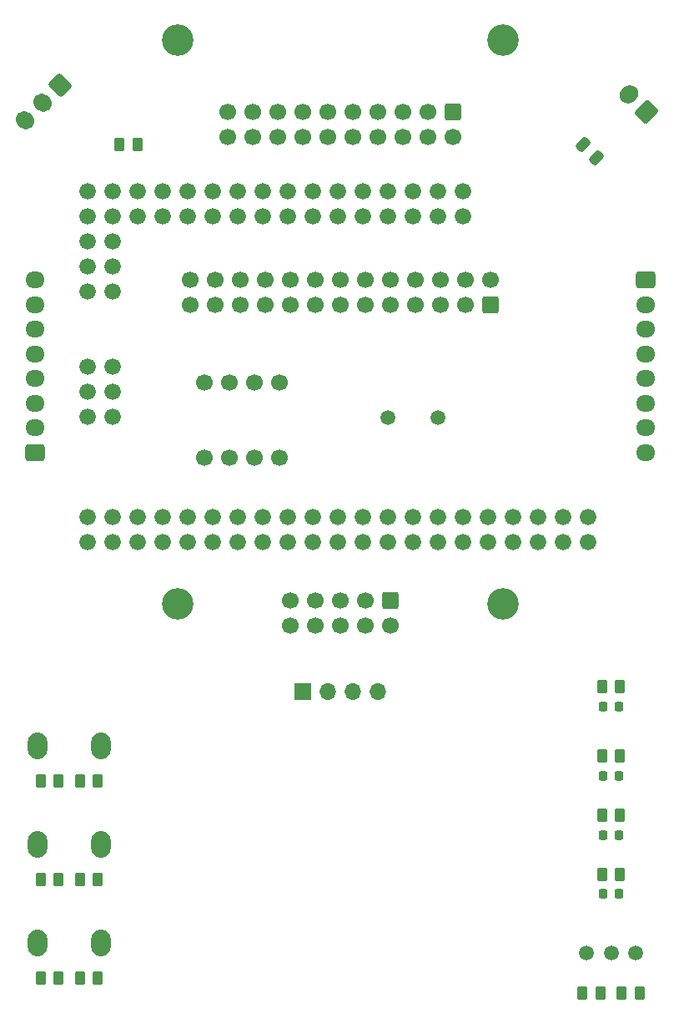
<source format=gbr>
%TF.GenerationSoftware,KiCad,Pcbnew,7.0.6*%
%TF.CreationDate,2023-12-23T00:17:47+09:00*%
%TF.ProjectId,MainBoard_ATMega2560Pro_20230629,4d61696e-426f-4617-9264-5f41544d6567,rev?*%
%TF.SameCoordinates,Original*%
%TF.FileFunction,Soldermask,Top*%
%TF.FilePolarity,Negative*%
%FSLAX46Y46*%
G04 Gerber Fmt 4.6, Leading zero omitted, Abs format (unit mm)*
G04 Created by KiCad (PCBNEW 7.0.6) date 2023-12-23 00:17:47*
%MOMM*%
%LPD*%
G01*
G04 APERTURE LIST*
G04 Aperture macros list*
%AMRoundRect*
0 Rectangle with rounded corners*
0 $1 Rounding radius*
0 $2 $3 $4 $5 $6 $7 $8 $9 X,Y pos of 4 corners*
0 Add a 4 corners polygon primitive as box body*
4,1,4,$2,$3,$4,$5,$6,$7,$8,$9,$2,$3,0*
0 Add four circle primitives for the rounded corners*
1,1,$1+$1,$2,$3*
1,1,$1+$1,$4,$5*
1,1,$1+$1,$6,$7*
1,1,$1+$1,$8,$9*
0 Add four rect primitives between the rounded corners*
20,1,$1+$1,$2,$3,$4,$5,0*
20,1,$1+$1,$4,$5,$6,$7,0*
20,1,$1+$1,$6,$7,$8,$9,0*
20,1,$1+$1,$8,$9,$2,$3,0*%
%AMHorizOval*
0 Thick line with rounded ends*
0 $1 width*
0 $2 $3 position (X,Y) of the first rounded end (center of the circle)*
0 $4 $5 position (X,Y) of the second rounded end (center of the circle)*
0 Add line between two ends*
20,1,$1,$2,$3,$4,$5,0*
0 Add two circle primitives to create the rounded ends*
1,1,$1,$2,$3*
1,1,$1,$4,$5*%
G04 Aperture macros list end*
%ADD10RoundRect,0.218750X0.218750X0.256250X-0.218750X0.256250X-0.218750X-0.256250X0.218750X-0.256250X0*%
%ADD11C,3.200000*%
%ADD12RoundRect,0.250000X-0.262500X-0.450000X0.262500X-0.450000X0.262500X0.450000X-0.262500X0.450000X0*%
%ADD13O,2.000000X2.700000*%
%ADD14RoundRect,0.250000X0.954594X0.106066X0.106066X0.954594X-0.954594X-0.106066X-0.106066X-0.954594X0*%
%ADD15HorizOval,1.700000X0.106066X0.106066X-0.106066X-0.106066X0*%
%ADD16RoundRect,0.250000X0.512652X0.159099X0.159099X0.512652X-0.512652X-0.159099X-0.159099X-0.512652X0*%
%ADD17R,1.700000X1.700000*%
%ADD18O,1.700000X1.700000*%
%ADD19C,1.676400*%
%ADD20RoundRect,0.250000X0.262500X0.450000X-0.262500X0.450000X-0.262500X-0.450000X0.262500X-0.450000X0*%
%ADD21C,1.500000*%
%ADD22RoundRect,0.250000X-0.600000X0.600000X-0.600000X-0.600000X0.600000X-0.600000X0.600000X0.600000X0*%
%ADD23C,1.700000*%
%ADD24RoundRect,0.250000X-0.088388X0.936916X-0.936916X0.088388X0.088388X-0.936916X0.936916X-0.088388X0*%
%ADD25HorizOval,1.700000X-0.088388X0.088388X0.088388X-0.088388X0*%
%ADD26RoundRect,0.218750X-0.218750X-0.256250X0.218750X-0.256250X0.218750X0.256250X-0.218750X0.256250X0*%
%ADD27RoundRect,0.250000X-0.725000X0.600000X-0.725000X-0.600000X0.725000X-0.600000X0.725000X0.600000X0*%
%ADD28O,1.950000X1.700000*%
%ADD29RoundRect,0.250000X0.600000X-0.600000X0.600000X0.600000X-0.600000X0.600000X-0.600000X-0.600000X0*%
%ADD30RoundRect,0.250000X0.725000X-0.600000X0.725000X0.600000X-0.725000X0.600000X-0.725000X-0.600000X0*%
G04 APERTURE END LIST*
D10*
%TO.C,D2*%
X130027500Y-142287500D03*
X128452500Y-142287500D03*
%TD*%
D11*
%TO.C,REF\u002A\u002A*%
X118240000Y-67708707D03*
%TD*%
D12*
%TO.C,R13*%
X79315915Y-78327881D03*
X81140915Y-78327881D03*
%TD*%
%TO.C,R5*%
X75327500Y-142787500D03*
X77152500Y-142787500D03*
%TD*%
%TO.C,R6*%
X71327500Y-142787500D03*
X73152500Y-142787500D03*
%TD*%
D11*
%TO.C,REF\u002A\u002A*%
X118240000Y-124866345D03*
%TD*%
D13*
%TO.C,SW3*%
X70990000Y-159287500D03*
X77490000Y-159287500D03*
%TD*%
D14*
%TO.C,J5*%
X132815736Y-74979531D03*
D15*
X131047969Y-73211764D03*
%TD*%
D16*
%TO.C,C1*%
X127711751Y-79659251D03*
X126368249Y-78315749D03*
%TD*%
D13*
%TO.C,SW1*%
X70990000Y-139287500D03*
X77490000Y-139287500D03*
%TD*%
D17*
%TO.C,J3*%
X97940000Y-133762500D03*
D18*
X100480000Y-133762500D03*
X103020000Y-133762500D03*
X105560000Y-133762500D03*
%TD*%
D12*
%TO.C,R8*%
X71327500Y-152787500D03*
X73152500Y-152787500D03*
%TD*%
D11*
%TO.C,REF\u002A\u002A*%
X85240000Y-124866345D03*
%TD*%
D19*
%TO.C,U1*%
X119320000Y-118567500D03*
X119320000Y-116027500D03*
X121860000Y-118567500D03*
X121860000Y-116027500D03*
X76140000Y-100787500D03*
X114240000Y-83007500D03*
X114240000Y-85547500D03*
X111700000Y-83007500D03*
X111700000Y-85547500D03*
X109160000Y-83007500D03*
X109160000Y-85547500D03*
X106620000Y-83007500D03*
X106620000Y-85547500D03*
X104080000Y-83007500D03*
X104080000Y-85547500D03*
X101540000Y-83007500D03*
X101540000Y-85547500D03*
X99000000Y-83007500D03*
X99000000Y-85547500D03*
X96460000Y-83007500D03*
X96460000Y-85547500D03*
X116780000Y-116027500D03*
X111700000Y-116027500D03*
X111700000Y-118567500D03*
X109160000Y-116027500D03*
X109160000Y-118567500D03*
X106620000Y-116027500D03*
X106620000Y-118567500D03*
X104080000Y-116027500D03*
X104080000Y-118567500D03*
X101540000Y-116027500D03*
X101540000Y-118567500D03*
X99000000Y-116027500D03*
X99000000Y-118567500D03*
X96460000Y-116027500D03*
X96460000Y-118567500D03*
X93920000Y-116027500D03*
X93920000Y-118567500D03*
X91380000Y-116027500D03*
X91380000Y-118567500D03*
X88840000Y-116027500D03*
X88840000Y-118567500D03*
X86300000Y-116027500D03*
X86300000Y-118567500D03*
X83760000Y-116027500D03*
X83760000Y-118567500D03*
X81220000Y-116027500D03*
X81220000Y-118567500D03*
X78680000Y-116027500D03*
X78680000Y-118567500D03*
X76140000Y-116027500D03*
X76140000Y-118567500D03*
X93920000Y-83007500D03*
X93920000Y-85547500D03*
X91380000Y-83007500D03*
X91380000Y-85547500D03*
X88840000Y-83007500D03*
X88840000Y-85547500D03*
X86300000Y-83007500D03*
X86300000Y-85547500D03*
X83760000Y-83007500D03*
X83760000Y-85547500D03*
X81220000Y-83007500D03*
X81220000Y-85547500D03*
X78680000Y-83007500D03*
X78680000Y-85547500D03*
X76140000Y-83007500D03*
X76140000Y-85547500D03*
X76140000Y-88087500D03*
X78680000Y-88087500D03*
X76140000Y-90627500D03*
X78680000Y-90627500D03*
X76140000Y-93167500D03*
X78680000Y-93167500D03*
X124400000Y-118567500D03*
X124400000Y-116027500D03*
X76140000Y-105867500D03*
X78680000Y-100787500D03*
X76140000Y-103327500D03*
X78680000Y-105867500D03*
X116780000Y-118567500D03*
X114240000Y-116027500D03*
X78680000Y-103327500D03*
X114240000Y-118567500D03*
X126940000Y-118567500D03*
X126940000Y-116027500D03*
%TD*%
D10*
%TO.C,D4*%
X130027500Y-154287500D03*
X128452500Y-154287500D03*
%TD*%
D20*
%TO.C,R1*%
X130152500Y-133287500D03*
X128327500Y-133287500D03*
%TD*%
%TO.C,R12*%
X132152500Y-164287500D03*
X130327500Y-164287500D03*
%TD*%
D21*
%TO.C,SW4*%
X131740000Y-160287500D03*
X129240000Y-160287500D03*
X126740000Y-160287500D03*
%TD*%
D12*
%TO.C,R7*%
X75327500Y-152787500D03*
X77152500Y-152787500D03*
%TD*%
D22*
%TO.C,J1*%
X106820000Y-124535000D03*
D23*
X106820000Y-127075000D03*
X104280000Y-124535000D03*
X104280000Y-127075000D03*
X101740000Y-124535000D03*
X101740000Y-127075000D03*
X99200000Y-124535000D03*
X99200000Y-127075000D03*
X96660000Y-124535000D03*
X96660000Y-127075000D03*
%TD*%
D20*
%TO.C,R11*%
X128152500Y-164287500D03*
X126327500Y-164287500D03*
%TD*%
D21*
%TO.C,BZ1*%
X106620000Y-106027500D03*
X111620000Y-106027500D03*
%TD*%
D24*
%TO.C,J8*%
X73315915Y-72327881D03*
D25*
X71548148Y-74095648D03*
X69780381Y-75863415D03*
%TD*%
D11*
%TO.C,REF\u002A\u002A*%
X85240000Y-67708669D03*
%TD*%
D10*
%TO.C,D3*%
X130027500Y-148287500D03*
X128452500Y-148287500D03*
%TD*%
D12*
%TO.C,R9*%
X75327500Y-162787500D03*
X77152500Y-162787500D03*
%TD*%
D22*
%TO.C,J6*%
X113170000Y-75035000D03*
D23*
X113170000Y-77575000D03*
X110630000Y-75035000D03*
X110630000Y-77575000D03*
X108090000Y-75035000D03*
X108090000Y-77575000D03*
X105550000Y-75035000D03*
X105550000Y-77575000D03*
X103010000Y-75035000D03*
X103010000Y-77575000D03*
X100470000Y-75035000D03*
X100470000Y-77575000D03*
X97930000Y-75035000D03*
X97930000Y-77575000D03*
X95390000Y-75035000D03*
X95390000Y-77575000D03*
X92850000Y-75035000D03*
X92850000Y-77575000D03*
X90310000Y-75035000D03*
X90310000Y-77575000D03*
%TD*%
D12*
%TO.C,R3*%
X128327500Y-146287500D03*
X130152500Y-146287500D03*
%TD*%
D13*
%TO.C,SW2*%
X70990000Y-149287500D03*
X77490000Y-149287500D03*
%TD*%
D26*
%TO.C,D1*%
X128452500Y-135287500D03*
X130027500Y-135287500D03*
%TD*%
D12*
%TO.C,R10*%
X71327500Y-162787500D03*
X73152500Y-162787500D03*
%TD*%
%TO.C,R4*%
X128327500Y-152287500D03*
X130152500Y-152287500D03*
%TD*%
%TO.C,R2*%
X128327500Y-140287500D03*
X130152500Y-140287500D03*
%TD*%
D23*
%TO.C,U2*%
X87930000Y-110097500D03*
X90470000Y-110097500D03*
X93010000Y-110097500D03*
X95550000Y-110097500D03*
X95550000Y-102477500D03*
X93010000Y-102477500D03*
X90470000Y-102477500D03*
X87930000Y-102477500D03*
%TD*%
D27*
%TO.C,J4*%
X132715000Y-92037500D03*
D28*
X132715000Y-94537500D03*
X132715000Y-97037500D03*
X132715000Y-99537500D03*
X132715000Y-102037500D03*
X132715000Y-104537500D03*
X132715000Y-107037500D03*
X132715000Y-109537500D03*
%TD*%
D29*
%TO.C,J7*%
X116980000Y-94540000D03*
D23*
X116980000Y-92000000D03*
X114440000Y-94540000D03*
X114440000Y-92000000D03*
X111900000Y-94540000D03*
X111900000Y-92000000D03*
X109360000Y-94540000D03*
X109360000Y-92000000D03*
X106820000Y-94540000D03*
X106820000Y-92000000D03*
X104280000Y-94540000D03*
X104280000Y-92000000D03*
X101740000Y-94540000D03*
X101740000Y-92000000D03*
X99200000Y-94540000D03*
X99200000Y-92000000D03*
X96660000Y-94540000D03*
X96660000Y-92000000D03*
X94120000Y-94540000D03*
X94120000Y-92000000D03*
X91580000Y-94540000D03*
X91580000Y-92000000D03*
X89040000Y-94540000D03*
X89040000Y-92000000D03*
X86500000Y-94540000D03*
X86500000Y-92000000D03*
%TD*%
D30*
%TO.C,J2*%
X70765000Y-109537500D03*
D28*
X70765000Y-107037500D03*
X70765000Y-104537500D03*
X70765000Y-102037500D03*
X70765000Y-99537500D03*
X70765000Y-97037500D03*
X70765000Y-94537500D03*
X70765000Y-92037500D03*
%TD*%
M02*

</source>
